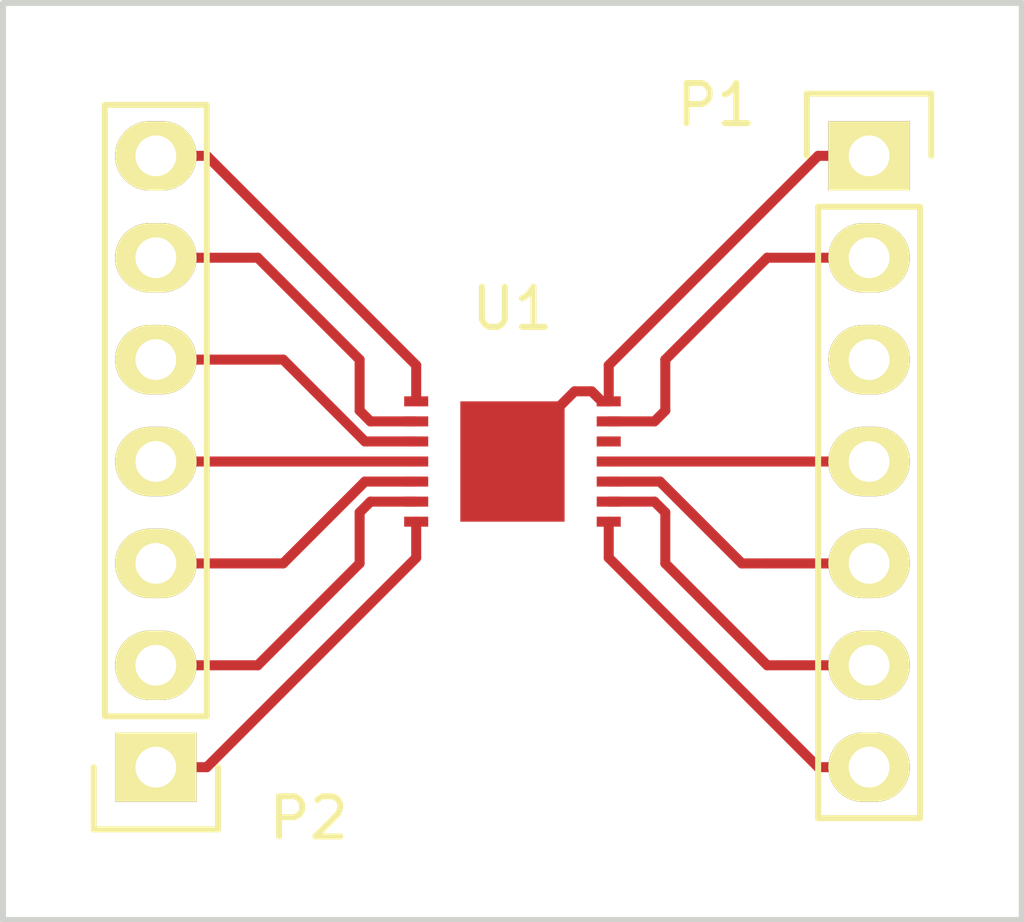
<source format=kicad_pcb>
(kicad_pcb (version 4) (host pcbnew 4.0.2+e4-6225~38~ubuntu16.04.1-stable)

  (general
    (links 15)
    (no_connects 1)
    (area 133.274999 88.824999 158.825001 111.835001)
    (thickness 1.6)
    (drawings 5)
    (tracks 49)
    (zones 0)
    (modules 3)
    (nets 15)
  )

  (page A4)
  (layers
    (0 F.Cu signal)
    (31 B.Cu signal)
    (32 B.Adhes user)
    (33 F.Adhes user)
    (34 B.Paste user)
    (35 F.Paste user)
    (36 B.SilkS user)
    (37 F.SilkS user)
    (38 B.Mask user)
    (39 F.Mask user)
    (40 Dwgs.User user)
    (41 Cmts.User user)
    (42 Eco1.User user)
    (43 Eco2.User user)
    (44 Edge.Cuts user)
    (45 Margin user)
    (46 B.CrtYd user)
    (47 F.CrtYd user)
    (48 B.Fab user)
    (49 F.Fab user)
  )

  (setup
    (last_trace_width 0.25)
    (trace_clearance 0.2)
    (zone_clearance 0.508)
    (zone_45_only no)
    (trace_min 0.2)
    (segment_width 0.2)
    (edge_width 0.15)
    (via_size 0.6)
    (via_drill 0.4)
    (via_min_size 0.4)
    (via_min_drill 0.3)
    (uvia_size 0.3)
    (uvia_drill 0.1)
    (uvias_allowed no)
    (uvia_min_size 0.2)
    (uvia_min_drill 0.1)
    (pcb_text_width 0.3)
    (pcb_text_size 1.5 1.5)
    (mod_edge_width 0.15)
    (mod_text_size 1 1)
    (mod_text_width 0.15)
    (pad_size 1.524 1.524)
    (pad_drill 0.762)
    (pad_to_mask_clearance 0.2)
    (aux_axis_origin 0 0)
    (visible_elements FFFFFF7F)
    (pcbplotparams
      (layerselection 0x01000_00000001)
      (usegerberextensions false)
      (excludeedgelayer true)
      (linewidth 0.100000)
      (plotframeref false)
      (viasonmask false)
      (mode 1)
      (useauxorigin false)
      (hpglpennumber 1)
      (hpglpenspeed 20)
      (hpglpendiameter 15)
      (hpglpenoverlay 2)
      (psnegative false)
      (psa4output false)
      (plotreference true)
      (plotvalue true)
      (plotinvisibletext false)
      (padsonsilk false)
      (subtractmaskfromsilk false)
      (outputformat 1)
      (mirror false)
      (drillshape 0)
      (scaleselection 1)
      (outputdirectory gerbers/))
  )

  (net 0 "")
  (net 1 GND)
  (net 2 +3V3)
  (net 3 "Net-(P1-Pad3)")
  (net 4 SDA)
  (net 5 SCL)
  (net 6 MENB)
  (net 7 CE)
  (net 8 RE)
  (net 9 WE)
  (net 10 VREF)
  (net 11 C1)
  (net 12 C2)
  (net 13 VOUT)
  (net 14 "Net-(U1-Pad5)")

  (net_class Default "This is the default net class."
    (clearance 0.2)
    (trace_width 0.25)
    (via_dia 0.6)
    (via_drill 0.4)
    (uvia_dia 0.3)
    (uvia_drill 0.1)
    (add_net +3V3)
    (add_net C1)
    (add_net C2)
    (add_net CE)
    (add_net GND)
    (add_net MENB)
    (add_net "Net-(P1-Pad3)")
    (add_net "Net-(U1-Pad5)")
    (add_net RE)
    (add_net SCL)
    (add_net SDA)
    (add_net VOUT)
    (add_net VREF)
    (add_net WE)
  )

  (module Pin_Headers:Pin_Header_Straight_1x07 (layer F.Cu) (tedit 0) (tstamp 579FD563)
    (at 154.94 92.71)
    (descr "Through hole pin header")
    (tags "pin header")
    (path /579FD133)
    (fp_text reference P1 (at -3.81 -1.27) (layer F.SilkS)
      (effects (font (size 1 1) (thickness 0.15)))
    )
    (fp_text value CONN_01X07 (at -1.27 -2.54) (layer F.Fab)
      (effects (font (size 1 1) (thickness 0.15)))
    )
    (fp_line (start -1.75 -1.75) (end -1.75 17) (layer F.CrtYd) (width 0.05))
    (fp_line (start 1.75 -1.75) (end 1.75 17) (layer F.CrtYd) (width 0.05))
    (fp_line (start -1.75 -1.75) (end 1.75 -1.75) (layer F.CrtYd) (width 0.05))
    (fp_line (start -1.75 17) (end 1.75 17) (layer F.CrtYd) (width 0.05))
    (fp_line (start 1.27 1.27) (end 1.27 16.51) (layer F.SilkS) (width 0.15))
    (fp_line (start 1.27 16.51) (end -1.27 16.51) (layer F.SilkS) (width 0.15))
    (fp_line (start -1.27 16.51) (end -1.27 1.27) (layer F.SilkS) (width 0.15))
    (fp_line (start 1.55 -1.55) (end 1.55 0) (layer F.SilkS) (width 0.15))
    (fp_line (start 1.27 1.27) (end -1.27 1.27) (layer F.SilkS) (width 0.15))
    (fp_line (start -1.55 0) (end -1.55 -1.55) (layer F.SilkS) (width 0.15))
    (fp_line (start -1.55 -1.55) (end 1.55 -1.55) (layer F.SilkS) (width 0.15))
    (pad 1 thru_hole rect (at 0 0) (size 2.032 1.7272) (drill 1.016) (layers *.Cu *.Mask F.SilkS)
      (net 1 GND))
    (pad 2 thru_hole oval (at 0 2.54) (size 2.032 1.7272) (drill 1.016) (layers *.Cu *.Mask F.SilkS)
      (net 2 +3V3))
    (pad 3 thru_hole oval (at 0 5.08) (size 2.032 1.7272) (drill 1.016) (layers *.Cu *.Mask F.SilkS)
      (net 3 "Net-(P1-Pad3)"))
    (pad 4 thru_hole oval (at 0 7.62) (size 2.032 1.7272) (drill 1.016) (layers *.Cu *.Mask F.SilkS)
      (net 4 SDA))
    (pad 5 thru_hole oval (at 0 10.16) (size 2.032 1.7272) (drill 1.016) (layers *.Cu *.Mask F.SilkS)
      (net 5 SCL))
    (pad 6 thru_hole oval (at 0 12.7) (size 2.032 1.7272) (drill 1.016) (layers *.Cu *.Mask F.SilkS)
      (net 6 MENB))
    (pad 7 thru_hole oval (at 0 15.24) (size 2.032 1.7272) (drill 1.016) (layers *.Cu *.Mask F.SilkS)
      (net 1 GND))
    (model Pin_Headers.3dshapes/Pin_Header_Straight_1x07.wrl
      (at (xyz 0 -0.3 0))
      (scale (xyz 1 1 1))
      (rotate (xyz 0 0 90))
    )
  )

  (module Pin_Headers:Pin_Header_Straight_1x07 (layer F.Cu) (tedit 0) (tstamp 579FD56E)
    (at 137.16 107.95 180)
    (descr "Through hole pin header")
    (tags "pin header")
    (path /579FD0B6)
    (fp_text reference P2 (at -3.81 -1.27 180) (layer F.SilkS)
      (effects (font (size 1 1) (thickness 0.15)))
    )
    (fp_text value CONN_01X07 (at -6.35 -2.54 180) (layer F.Fab)
      (effects (font (size 1 1) (thickness 0.15)))
    )
    (fp_line (start -1.75 -1.75) (end -1.75 17) (layer F.CrtYd) (width 0.05))
    (fp_line (start 1.75 -1.75) (end 1.75 17) (layer F.CrtYd) (width 0.05))
    (fp_line (start -1.75 -1.75) (end 1.75 -1.75) (layer F.CrtYd) (width 0.05))
    (fp_line (start -1.75 17) (end 1.75 17) (layer F.CrtYd) (width 0.05))
    (fp_line (start 1.27 1.27) (end 1.27 16.51) (layer F.SilkS) (width 0.15))
    (fp_line (start 1.27 16.51) (end -1.27 16.51) (layer F.SilkS) (width 0.15))
    (fp_line (start -1.27 16.51) (end -1.27 1.27) (layer F.SilkS) (width 0.15))
    (fp_line (start 1.55 -1.55) (end 1.55 0) (layer F.SilkS) (width 0.15))
    (fp_line (start 1.27 1.27) (end -1.27 1.27) (layer F.SilkS) (width 0.15))
    (fp_line (start -1.55 0) (end -1.55 -1.55) (layer F.SilkS) (width 0.15))
    (fp_line (start -1.55 -1.55) (end 1.55 -1.55) (layer F.SilkS) (width 0.15))
    (pad 1 thru_hole rect (at 0 0 180) (size 2.032 1.7272) (drill 1.016) (layers *.Cu *.Mask F.SilkS)
      (net 7 CE))
    (pad 2 thru_hole oval (at 0 2.54 180) (size 2.032 1.7272) (drill 1.016) (layers *.Cu *.Mask F.SilkS)
      (net 8 RE))
    (pad 3 thru_hole oval (at 0 5.08 180) (size 2.032 1.7272) (drill 1.016) (layers *.Cu *.Mask F.SilkS)
      (net 9 WE))
    (pad 4 thru_hole oval (at 0 7.62 180) (size 2.032 1.7272) (drill 1.016) (layers *.Cu *.Mask F.SilkS)
      (net 10 VREF))
    (pad 5 thru_hole oval (at 0 10.16 180) (size 2.032 1.7272) (drill 1.016) (layers *.Cu *.Mask F.SilkS)
      (net 11 C1))
    (pad 6 thru_hole oval (at 0 12.7 180) (size 2.032 1.7272) (drill 1.016) (layers *.Cu *.Mask F.SilkS)
      (net 12 C2))
    (pad 7 thru_hole oval (at 0 15.24 180) (size 2.032 1.7272) (drill 1.016) (layers *.Cu *.Mask F.SilkS)
      (net 13 VOUT))
    (model Pin_Headers.3dshapes/Pin_Header_Straight_1x07.wrl
      (at (xyz 0 -0.3 0))
      (scale (xyz 1 1 1))
      (rotate (xyz 0 0 90))
    )
  )

  (module scintilla:LMP91002 (layer F.Cu) (tedit 579FD3F4) (tstamp 579FD581)
    (at 146.05 100.33 90)
    (path /579FD073)
    (fp_text reference U1 (at 3.81 0 180) (layer F.SilkS)
      (effects (font (size 1 1) (thickness 0.15)))
    )
    (fp_text value LMP91002 (at 5.08 0 180) (layer F.Fab)
      (effects (font (size 1 1) (thickness 0.15)))
    )
    (pad 1 smd rect (at -1.5 2.4 90) (size 0.25 0.6) (layers F.Cu F.Paste F.Mask)
      (net 1 GND))
    (pad 2 smd rect (at -1 2.4 90) (size 0.25 0.6) (layers F.Cu F.Paste F.Mask)
      (net 6 MENB))
    (pad 3 smd rect (at -0.5 2.4 90) (size 0.25 0.6) (layers F.Cu F.Paste F.Mask)
      (net 5 SCL))
    (pad 4 smd rect (at 0 2.4 90) (size 0.25 0.6) (layers F.Cu F.Paste F.Mask)
      (net 4 SDA))
    (pad 5 smd rect (at 0.5 2.4 90) (size 0.25 0.6) (layers F.Cu F.Paste F.Mask)
      (net 14 "Net-(U1-Pad5)"))
    (pad 6 smd rect (at 1 2.4 90) (size 0.25 0.6) (layers F.Cu F.Paste F.Mask)
      (net 2 +3V3))
    (pad 7 smd rect (at 1.5 2.4 90) (size 0.25 0.6) (layers F.Cu F.Paste F.Mask)
      (net 1 GND))
    (pad 8 smd rect (at 1.5 -2.4 90) (size 0.25 0.6) (layers F.Cu F.Paste F.Mask)
      (net 13 VOUT))
    (pad 9 smd rect (at 1 -2.4 90) (size 0.25 0.6) (layers F.Cu F.Paste F.Mask)
      (net 12 C2))
    (pad 10 smd rect (at 0.5 -2.4 90) (size 0.25 0.6) (layers F.Cu F.Paste F.Mask)
      (net 11 C1))
    (pad 11 smd rect (at 0 -2.4 90) (size 0.25 0.6) (layers F.Cu F.Paste F.Mask)
      (net 10 VREF))
    (pad 12 smd rect (at -0.5 -2.4 90) (size 0.25 0.6) (layers F.Cu F.Paste F.Mask)
      (net 9 WE))
    (pad 13 smd rect (at -1 -2.4 90) (size 0.25 0.6) (layers F.Cu F.Paste F.Mask)
      (net 8 RE))
    (pad 14 smd rect (at -1.5 -2.4 90) (size 0.25 0.6) (layers F.Cu F.Paste F.Mask)
      (net 7 CE))
    (pad 15 smd rect (at 0 0 90) (size 3 2.6) (layers F.Cu F.Paste F.Mask)
      (net 1 GND))
  )

  (gr_line (start 133.35 111.76) (end 133.35 88.9) (layer Edge.Cuts) (width 0.15))
  (gr_line (start 158.75 111.76) (end 133.35 111.76) (layer Edge.Cuts) (width 0.15))
  (gr_line (start 158.75 88.9) (end 158.75 111.76) (layer Edge.Cuts) (width 0.15))
  (gr_line (start 158.75 111.76) (end 158.75 88.9) (layer Edge.Cuts) (width 0.15))
  (gr_line (start 133.35 88.9) (end 158.75 88.9) (layer Edge.Cuts) (width 0.15))

  (segment (start 148.45 102.73) (end 153.67 107.95) (width 0.25) (layer F.Cu) (net 1))
  (segment (start 153.67 107.95) (end 154.94 107.95) (width 0.25) (layer F.Cu) (net 1))
  (segment (start 148.45 101.83) (end 148.45 102.73) (width 0.25) (layer F.Cu) (net 1))
  (segment (start 148.45 97.93) (end 153.67 92.71) (width 0.25) (layer F.Cu) (net 1))
  (segment (start 153.67 92.71) (end 154.94 92.71) (width 0.25) (layer F.Cu) (net 1))
  (segment (start 148.45 98.83) (end 148.45 97.93) (width 0.25) (layer F.Cu) (net 1))
  (segment (start 148.45 98.83) (end 148.275 98.83) (width 0.25) (layer F.Cu) (net 1))
  (segment (start 148.275 98.83) (end 148.025 98.58) (width 0.25) (layer F.Cu) (net 1))
  (segment (start 148.025 98.58) (end 147.6 98.58) (width 0.25) (layer F.Cu) (net 1))
  (segment (start 147.6 98.58) (end 146.05 100.13) (width 0.25) (layer F.Cu) (net 1))
  (segment (start 146.05 100.13) (end 146.05 100.33) (width 0.25) (layer F.Cu) (net 1))
  (segment (start 152.4 95.25) (end 154.94 95.25) (width 0.25) (layer F.Cu) (net 2))
  (segment (start 149.86 97.79) (end 152.4 95.25) (width 0.25) (layer F.Cu) (net 2))
  (segment (start 149.86 99.06) (end 149.86 97.79) (width 0.25) (layer F.Cu) (net 2))
  (segment (start 149.59 99.33) (end 149.86 99.06) (width 0.25) (layer F.Cu) (net 2))
  (segment (start 148.45 99.33) (end 149.59 99.33) (width 0.25) (layer F.Cu) (net 2))
  (segment (start 148.45 100.33) (end 154.94 100.33) (width 0.25) (layer F.Cu) (net 4))
  (segment (start 148.45 100.83) (end 149.72641 100.83) (width 0.25) (layer F.Cu) (net 5))
  (segment (start 149.72641 100.83) (end 151.76641 102.87) (width 0.25) (layer F.Cu) (net 5))
  (segment (start 151.76641 102.87) (end 152.4 102.87) (width 0.25) (layer F.Cu) (net 5))
  (segment (start 152.4 102.87) (end 154.94 102.87) (width 0.25) (layer F.Cu) (net 5))
  (segment (start 152.4 105.41) (end 154.94 105.41) (width 0.25) (layer F.Cu) (net 6))
  (segment (start 149.86 102.87) (end 152.4 105.41) (width 0.25) (layer F.Cu) (net 6))
  (segment (start 149.86 101.6) (end 149.86 102.87) (width 0.25) (layer F.Cu) (net 6))
  (segment (start 149.59 101.33) (end 149.86 101.6) (width 0.25) (layer F.Cu) (net 6))
  (segment (start 148.45 101.33) (end 149.59 101.33) (width 0.25) (layer F.Cu) (net 6))
  (segment (start 143.65 102.73) (end 138.43 107.95) (width 0.25) (layer F.Cu) (net 7))
  (segment (start 138.43 107.95) (end 137.16 107.95) (width 0.25) (layer F.Cu) (net 7))
  (segment (start 143.65 101.83) (end 143.65 102.73) (width 0.25) (layer F.Cu) (net 7))
  (segment (start 142.24 102.87) (end 139.7 105.41) (width 0.25) (layer F.Cu) (net 8))
  (segment (start 139.7 105.41) (end 137.16 105.41) (width 0.25) (layer F.Cu) (net 8))
  (segment (start 142.24 101.6) (end 142.24 102.87) (width 0.25) (layer F.Cu) (net 8))
  (segment (start 142.51 101.33) (end 142.24 101.6) (width 0.25) (layer F.Cu) (net 8))
  (segment (start 143.65 101.33) (end 142.51 101.33) (width 0.25) (layer F.Cu) (net 8))
  (segment (start 140.33359 102.87) (end 137.16 102.87) (width 0.25) (layer F.Cu) (net 9))
  (segment (start 143.65 100.83) (end 142.37359 100.83) (width 0.25) (layer F.Cu) (net 9))
  (segment (start 142.37359 100.83) (end 140.33359 102.87) (width 0.25) (layer F.Cu) (net 9))
  (segment (start 143.65 100.33) (end 137.16 100.33) (width 0.25) (layer F.Cu) (net 10))
  (segment (start 143.65 99.83) (end 142.37359 99.83) (width 0.25) (layer F.Cu) (net 11))
  (segment (start 142.37359 99.83) (end 140.33359 97.79) (width 0.25) (layer F.Cu) (net 11))
  (segment (start 140.33359 97.79) (end 137.16 97.79) (width 0.25) (layer F.Cu) (net 11))
  (segment (start 142.24 97.79) (end 139.7 95.25) (width 0.25) (layer F.Cu) (net 12))
  (segment (start 139.7 95.25) (end 137.16 95.25) (width 0.25) (layer F.Cu) (net 12))
  (segment (start 142.24 99.06) (end 142.24 97.79) (width 0.25) (layer F.Cu) (net 12))
  (segment (start 142.51 99.33) (end 142.24 99.06) (width 0.25) (layer F.Cu) (net 12))
  (segment (start 143.65 99.33) (end 142.51 99.33) (width 0.25) (layer F.Cu) (net 12))
  (segment (start 143.65 97.93) (end 138.43 92.71) (width 0.25) (layer F.Cu) (net 13))
  (segment (start 138.43 92.71) (end 137.16 92.71) (width 0.25) (layer F.Cu) (net 13))
  (segment (start 143.65 98.83) (end 143.65 97.93) (width 0.25) (layer F.Cu) (net 13))

)

</source>
